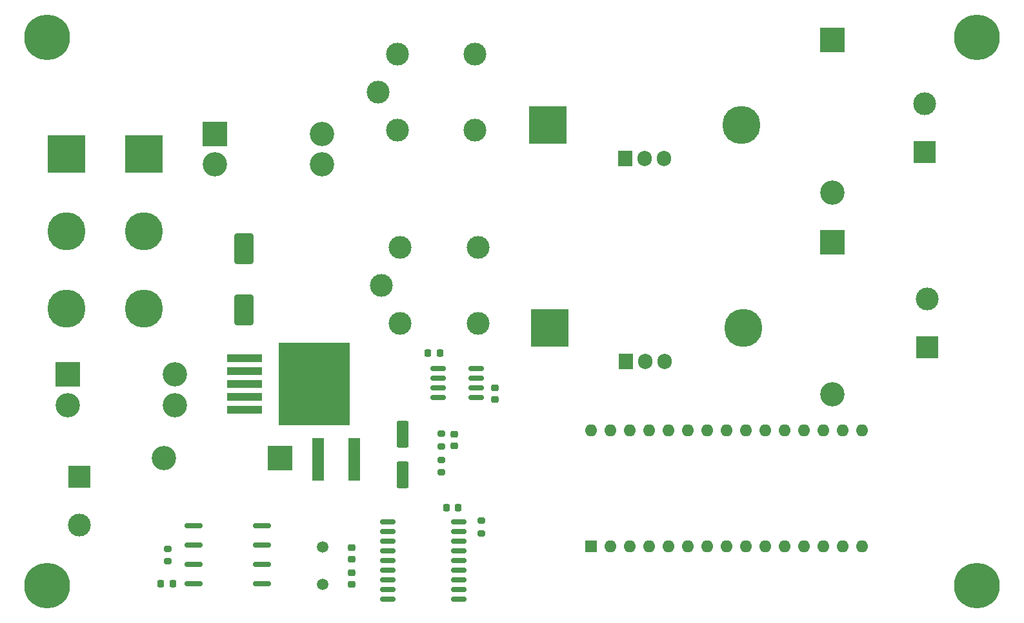
<source format=gbr>
%TF.GenerationSoftware,KiCad,Pcbnew,(6.0.6)*%
%TF.CreationDate,2022-11-23T05:32:29-08:00*%
%TF.ProjectId,FanSpeed_Controller,46616e53-7065-4656-945f-436f6e74726f,rev?*%
%TF.SameCoordinates,Original*%
%TF.FileFunction,Soldermask,Top*%
%TF.FilePolarity,Negative*%
%FSLAX46Y46*%
G04 Gerber Fmt 4.6, Leading zero omitted, Abs format (unit mm)*
G04 Created by KiCad (PCBNEW (6.0.6)) date 2022-11-23 05:32:29*
%MOMM*%
%LPD*%
G01*
G04 APERTURE LIST*
G04 Aperture macros list*
%AMRoundRect*
0 Rectangle with rounded corners*
0 $1 Rounding radius*
0 $2 $3 $4 $5 $6 $7 $8 $9 X,Y pos of 4 corners*
0 Add a 4 corners polygon primitive as box body*
4,1,4,$2,$3,$4,$5,$6,$7,$8,$9,$2,$3,0*
0 Add four circle primitives for the rounded corners*
1,1,$1+$1,$2,$3*
1,1,$1+$1,$4,$5*
1,1,$1+$1,$6,$7*
1,1,$1+$1,$8,$9*
0 Add four rect primitives between the rounded corners*
20,1,$1+$1,$2,$3,$4,$5,0*
20,1,$1+$1,$4,$5,$6,$7,0*
20,1,$1+$1,$6,$7,$8,$9,0*
20,1,$1+$1,$8,$9,$2,$3,0*%
G04 Aperture macros list end*
%ADD10R,3.200000X3.200000*%
%ADD11O,3.200000X3.200000*%
%ADD12RoundRect,0.225000X-0.225000X-0.250000X0.225000X-0.250000X0.225000X0.250000X-0.225000X0.250000X0*%
%ADD13C,1.500000*%
%ADD14C,5.000000*%
%ADD15R,5.000000X5.000000*%
%ADD16R,1.600000X5.700000*%
%ADD17RoundRect,0.200000X0.275000X-0.200000X0.275000X0.200000X-0.275000X0.200000X-0.275000X-0.200000X0*%
%ADD18R,1.600000X1.600000*%
%ADD19O,1.600000X1.600000*%
%ADD20R,3.000000X3.000000*%
%ADD21C,3.000000*%
%ADD22RoundRect,0.150000X-0.825000X-0.150000X0.825000X-0.150000X0.825000X0.150000X-0.825000X0.150000X0*%
%ADD23RoundRect,0.200000X-0.275000X0.200000X-0.275000X-0.200000X0.275000X-0.200000X0.275000X0.200000X0*%
%ADD24RoundRect,0.225000X-0.250000X0.225000X-0.250000X-0.225000X0.250000X-0.225000X0.250000X0.225000X0*%
%ADD25C,3.200000*%
%ADD26R,4.600000X1.100000*%
%ADD27R,9.400000X10.800000*%
%ADD28RoundRect,0.225000X0.250000X-0.225000X0.250000X0.225000X-0.250000X0.225000X-0.250000X-0.225000X0*%
%ADD29RoundRect,0.150000X-0.875000X-0.150000X0.875000X-0.150000X0.875000X0.150000X-0.875000X0.150000X0*%
%ADD30RoundRect,0.162500X1.012500X0.162500X-1.012500X0.162500X-1.012500X-0.162500X1.012500X-0.162500X0*%
%ADD31RoundRect,0.250000X1.000000X-1.750000X1.000000X1.750000X-1.000000X1.750000X-1.000000X-1.750000X0*%
%ADD32RoundRect,0.250000X-0.550000X1.500000X-0.550000X-1.500000X0.550000X-1.500000X0.550000X1.500000X0*%
%ADD33R,1.905000X2.000000*%
%ADD34O,1.905000X2.000000*%
%ADD35C,6.000000*%
G04 APERTURE END LIST*
D10*
%TO.C,D2*%
X207061000Y-44351000D03*
D11*
X207061000Y-64351000D03*
%TD*%
D10*
%TO.C,D3*%
X207061000Y-70894000D03*
D11*
X207061000Y-90894000D03*
%TD*%
D12*
%TO.C,C5*%
X153962000Y-85466000D03*
X155512000Y-85466000D03*
%TD*%
D13*
%TO.C,X1*%
X140132000Y-115856000D03*
X140132000Y-110976000D03*
%TD*%
D12*
%TO.C,C2*%
X118910000Y-115819000D03*
X120460000Y-115819000D03*
%TD*%
D14*
%TO.C,HeatSink1*%
X195314500Y-82164000D03*
D15*
X169914500Y-82164000D03*
%TD*%
D16*
%TO.C,L1*%
X139560000Y-99436000D03*
X144260000Y-99436000D03*
%TD*%
D17*
%TO.C,R1*%
X119812000Y-112834000D03*
X119812000Y-111184000D03*
%TD*%
D18*
%TO.C,A1*%
X175312000Y-110856000D03*
D19*
X177852000Y-110856000D03*
X180392000Y-110856000D03*
X182932000Y-110856000D03*
X185472000Y-110856000D03*
X188012000Y-110856000D03*
X190552000Y-110856000D03*
X193092000Y-110856000D03*
X195632000Y-110856000D03*
X198172000Y-110856000D03*
X200712000Y-110856000D03*
X203252000Y-110856000D03*
X205792000Y-110856000D03*
X208332000Y-110856000D03*
X210872000Y-110856000D03*
X210872000Y-95616000D03*
X208332000Y-95616000D03*
X205792000Y-95616000D03*
X203252000Y-95616000D03*
X200712000Y-95616000D03*
X198172000Y-95616000D03*
X195632000Y-95616000D03*
X193092000Y-95616000D03*
X190552000Y-95616000D03*
X188012000Y-95616000D03*
X185472000Y-95616000D03*
X182932000Y-95616000D03*
X180392000Y-95616000D03*
X177852000Y-95616000D03*
X175312000Y-95616000D03*
%TD*%
D20*
%TO.C,J2*%
X108255000Y-101722000D03*
D21*
X108255000Y-108072000D03*
%TD*%
D22*
%TO.C,U3*%
X155310000Y-87498000D03*
X155310000Y-88768000D03*
X155310000Y-90038000D03*
X155310000Y-91308000D03*
X160260000Y-91308000D03*
X160260000Y-90038000D03*
X160260000Y-88768000D03*
X160260000Y-87498000D03*
%TD*%
D21*
%TO.C,K1*%
X160125000Y-46176000D03*
X160125000Y-56176000D03*
X149925000Y-56176000D03*
X149925000Y-46176000D03*
X147425000Y-51176000D03*
%TD*%
D23*
%TO.C,R4*%
X155753000Y-99500000D03*
X155753000Y-101150000D03*
%TD*%
D24*
%TO.C,C6*%
X157404000Y-96121000D03*
X157404000Y-97671000D03*
%TD*%
D23*
%TO.C,R2*%
X160960000Y-107501000D03*
X160960000Y-109151000D03*
%TD*%
D10*
%TO.C,FH1*%
X126020000Y-56669000D03*
D25*
X126020000Y-60669000D03*
X140020000Y-60669000D03*
X140020000Y-56669000D03*
%TD*%
D21*
%TO.C,K2*%
X160506000Y-71576000D03*
X160506000Y-81576000D03*
X150306000Y-81576000D03*
X150306000Y-71576000D03*
X147806000Y-76576000D03*
%TD*%
D26*
%TO.C,U2*%
X129912000Y-86130000D03*
X129912000Y-87830000D03*
X129912000Y-89530000D03*
D27*
X139062000Y-89530000D03*
D26*
X129912000Y-91230000D03*
X129912000Y-92930000D03*
%TD*%
D20*
%TO.C,J4*%
X219507000Y-84704000D03*
D21*
X219507000Y-78354000D03*
%TD*%
D28*
%TO.C,C9*%
X143942000Y-115869000D03*
X143942000Y-114319000D03*
%TD*%
D29*
%TO.C,U4*%
X148690000Y-107691000D03*
X148690000Y-108961000D03*
X148690000Y-110231000D03*
X148690000Y-111501000D03*
X148690000Y-112771000D03*
X148690000Y-114041000D03*
X148690000Y-115311000D03*
X148690000Y-116581000D03*
X148690000Y-117851000D03*
X157990000Y-117851000D03*
X157990000Y-116581000D03*
X157990000Y-115311000D03*
X157990000Y-114041000D03*
X157990000Y-112771000D03*
X157990000Y-111501000D03*
X157990000Y-110231000D03*
X157990000Y-108961000D03*
X157990000Y-107691000D03*
%TD*%
D23*
%TO.C,R3*%
X155753000Y-96071000D03*
X155753000Y-97721000D03*
%TD*%
D30*
%TO.C,U1*%
X132211000Y-115819000D03*
X132211000Y-113279000D03*
X132211000Y-110739000D03*
X132211000Y-108199000D03*
X123161000Y-108199000D03*
X123161000Y-110739000D03*
X123161000Y-113279000D03*
X123161000Y-115819000D03*
%TD*%
D10*
%TO.C,FH2*%
X106716000Y-88292000D03*
D25*
X106716000Y-92292000D03*
X120716000Y-92292000D03*
X120716000Y-88292000D03*
%TD*%
D31*
%TO.C,C1*%
X129845000Y-79800500D03*
X129845000Y-71800500D03*
%TD*%
D10*
%TO.C,D1*%
X134544000Y-99309000D03*
D11*
X119304000Y-99309000D03*
%TD*%
D12*
%TO.C,C4*%
X156375000Y-105786000D03*
X157925000Y-105786000D03*
%TD*%
D24*
%TO.C,C7*%
X162738000Y-90025000D03*
X162738000Y-91575000D03*
%TD*%
D14*
%TO.C,HeatSink2*%
X195060500Y-55494000D03*
D15*
X169660500Y-55494000D03*
%TD*%
D32*
%TO.C,C3*%
X150673000Y-96101000D03*
X150673000Y-101501000D03*
%TD*%
D20*
%TO.C,J3*%
X219127000Y-59050000D03*
D21*
X219127000Y-52700000D03*
%TD*%
D15*
%TO.C,J1*%
X116715500Y-59304000D03*
X106555500Y-59304000D03*
D14*
X116715500Y-69464000D03*
X106555500Y-69464000D03*
X106555500Y-79624000D03*
X116715500Y-79624000D03*
%TD*%
D33*
%TO.C,Q2*%
X179947500Y-86538000D03*
D34*
X182487500Y-86538000D03*
X185027500Y-86538000D03*
%TD*%
D33*
%TO.C,Q1*%
X179820500Y-59868000D03*
D34*
X182360500Y-59868000D03*
X184900500Y-59868000D03*
%TD*%
D24*
%TO.C,C8*%
X143942000Y-111017000D03*
X143942000Y-112567000D03*
%TD*%
D35*
%TO.C,H3*%
X226000000Y-116000000D03*
%TD*%
%TO.C,H2*%
X104000000Y-116000000D03*
%TD*%
%TO.C,H4*%
X226000000Y-44000000D03*
%TD*%
%TO.C,H1*%
X104000000Y-44000000D03*
%TD*%
M02*

</source>
